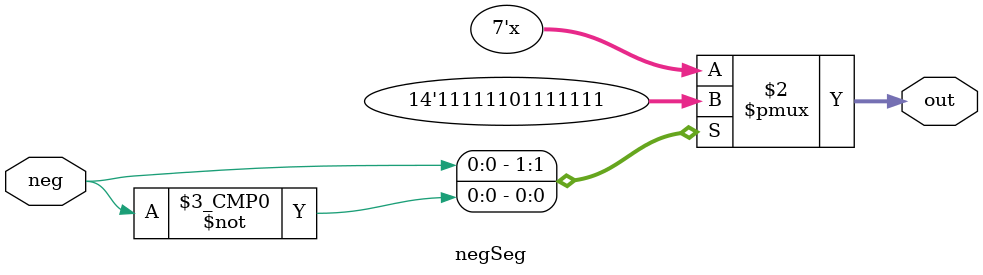
<source format=sv>
`timescale 1ns / 1ps


module negSeg(
    input logic neg,
    output logic [6:0] out
    );
    
    always_comb
    begin
        case(neg)
            1'b1: out = 7'b1111110;
            1'b0: out = 7'b1111111;
            default: out = 7'b0000000;
        endcase
    end
endmodule

</source>
